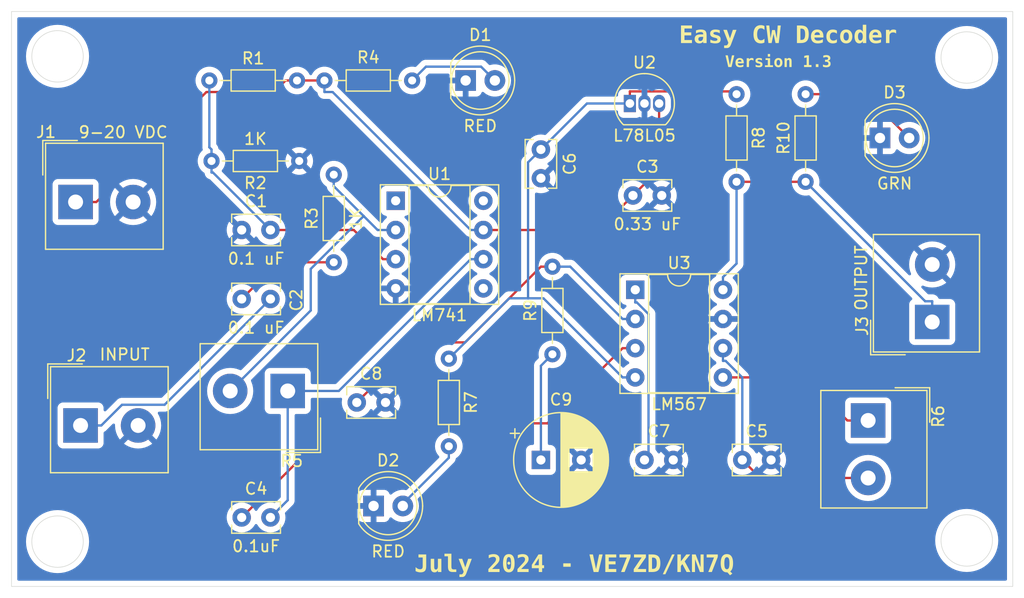
<source format=kicad_pcb>
(kicad_pcb (version 20240108) (generator "pcbnew") (generator_version "8.0")
  (title_block (title "CW Digitizer") (date "2024-05-04") (rev "1.3") (company "VE7ZD/KN7Q"))
  (layers (0 "F.Cu" signal) (31 "B.Cu" signal) (34 "B.Paste" user) (35 "F.Paste" user) (36 "B.SilkS" user "B.Silkscreen") (37 "F.SilkS" user "F.Silkscreen") (38 "B.Mask" user) (39 "F.Mask" user) (44 "Edge.Cuts" user))
  (net 0 "")
  (net 1 "Net-(J2-Pin_1)")
  (net 2 "GND")
  (net 3 "Net-(J3-Pin_1)")
  (net 4 "Net-(J1-Pin_1)")
  (net 5 "Net-(U1-+)")
  (net 6 "Net-(U3-TIM_RC)")
  (net 7 "Net-(U2-VO)")
  (net 8 "Net-(U3-OFLT_C)")
  (net 9 "Net-(U3-LP_FLT_C)")
  (net 10 "Net-(C2-Pad1)")
  (net 11 "Net-(U1--)")
  (net 12 "Net-(U3-INPUT)")
  (net 13 "Net-(U3-TIM_R)")
  (net 17 "Net-(C4-Pad2)")
  (net 18 "Net-(C9-Pad1)")
  (net 19 "Net-(D1-A)")
  (net 20 "Net-(D2-A)")
  (net 21 "Net-(D3-A)")
  (footprint "LED_THT:LED_D5.0mm" (layer "F.Cu") (at 158.46 81)
    (property "Reference" "D3" (at 1.27 -3.96 0) (layer "F.SilkS"))
    (property "Value" "GRN" (at 1.27 3.96 0) (layer "F.SilkS"))
    (pad "1" thru_hole rect (at 0 0) (size 1.8 1.8) (drill 0.9) (layers "*.Cu" "*.Mask") (net 2 "GND"))
    (pad "2" thru_hole circle (at 2.54 0) (size 1.8 1.8) (drill 0.9) (layers "*.Cu" "*.Mask") (net 21 "Net-(D3-A)"))
  )
  (footprint "Resistor_THT:R_Axial_DIN0204_L3.6mm_D1.6mm_P7.62mm_Horizontal" (layer "F.Cu") (at 100.19 76)
    (property "Reference" "R1" (at 3.81 -1.92 0) (layer "F.SilkS"))
    (property "Value" "1K")
    (pad "1" thru_hole circle (at 0 0) (size 1.4 1.4) (drill 0.7) (layers "*.Cu" "*.Mask") (net 5 "Net-(U1-+)"))
    (pad "2" thru_hole oval (at 7.62 0) (size 1.4 1.4) (drill 0.7) (layers "*.Cu" "*.Mask") (net 4 "Net-(J1-Pin_1)"))
  )
  (footprint "Capacitor_THT:C_Rect_L4.0mm_W2.5mm_P2.50mm" (layer "F.Cu") (at 138 109)
    (property "Reference" "C7" (at 1.25 -2.5 0) (layer "F.SilkS"))
    (property "Value" "2.2uF")
    (pad "1" thru_hole circle (at 0 0) (size 1.6 1.6) (drill 0.8) (layers "*.Cu" "*.Mask") (net 8 "Net-(U3-OFLT_C)"))
    (pad "2" thru_hole circle (at 2.5 0) (size 1.6 1.6) (drill 0.8) (layers "*.Cu" "*.Mask") (net 2 "GND"))
  )
  (footprint "Capacitor_THT:C_Rect_L4.0mm_W2.5mm_P2.50mm" (layer "F.Cu") (at 137 86)
    (property "Reference" "C3" (at 1.25 -2.5 0) (layer "F.SilkS"))
    (property "Value" "0.33 uF" (at 1.25 2.5 0) (layer "F.SilkS"))
    (pad "1" thru_hole circle (at 0 0) (size 1.6 1.6) (drill 0.8) (layers "*.Cu" "*.Mask") (net 4 "Net-(J1-Pin_1)"))
    (pad "2" thru_hole circle (at 2.5 0) (size 1.6 1.6) (drill 0.8) (layers "*.Cu" "*.Mask") (net 2 "GND"))
  )
  (footprint "Resistor_THT:R_Axial_DIN0204_L3.6mm_D1.6mm_P7.62mm_Horizontal" (layer "F.Cu") (at 117.81 76 180)
    (property "Reference" "R4" (at 3.81 2 180) (layer "F.SilkS"))
    (property "Value" "1K")
    (pad "1" thru_hole circle (at 0 0 180) (size 1.4 1.4) (drill 0.7) (layers "*.Cu" "*.Mask") (net 19 "Net-(D1-A)"))
    (pad "2" thru_hole oval (at 7.62 0 180) (size 1.4 1.4) (drill 0.7) (layers "*.Cu" "*.Mask") (net 4 "Net-(J1-Pin_1)"))
  )
  (footprint "Capacitor_THT:C_Rect_L4.0mm_W2.5mm_P2.50mm" (layer "F.Cu") (at 129 82 -90)
    (property "Reference" "C6" (at 1.25 -2.5 90) (layer "F.SilkS"))
    (property "Value" "0.1 uF")
    (pad "1" thru_hole circle (at 0 0 270) (size 1.6 1.6) (drill 0.8) (layers "*.Cu" "*.Mask") (net 7 "Net-(U2-VO)"))
    (pad "2" thru_hole circle (at 2.5 0 270) (size 1.6 1.6) (drill 0.8) (layers "*.Cu" "*.Mask") (net 2 "GND"))
  )
  (footprint "LED_THT:LED_D5.0mm" (layer "F.Cu") (at 122.46 76)
    (property "Reference" "D1" (at 1.27 -3.96 0) (layer "F.SilkS"))
    (property "Value" "RED" (at 1.27 3.96 0) (layer "F.SilkS"))
    (pad "1" thru_hole rect (at 0 0) (size 1.8 1.8) (drill 0.9) (layers "*.Cu" "*.Mask") (net 2 "GND"))
    (pad "2" thru_hole circle (at 2.54 0) (size 1.8 1.8) (drill 0.9) (layers "*.Cu" "*.Mask") (net 19 "Net-(D1-A)"))
  )
  (footprint "TerminalBlock_Altech:Altech_AK100_1x02_P5.00mm" (layer "F.Cu") (at 163 97 90)
    (property "Reference" "J3" (at -0.35 -6.09 90) (layer "F.SilkS"))
    (property "Value" "OUTPUT" (at 3.8325 -6.1675 90) (layer "F.SilkS"))
    (pad "1" thru_hole rect (at 0 0 90) (size 3 3) (drill 1.3) (layers "*.Cu" "*.Mask") (net 3 "Net-(J3-Pin_1)"))
    (pad "2" thru_hole circle (at 5 0 90) (size 3 3) (drill 1.3) (layers "*.Cu" "*.Mask") (net 2 "GND"))
  )
  (footprint "TerminalBlock_Altech:Altech_AK100_1x02_P5.00mm" (layer "F.Cu") (at 157.4325 105.5675 -90)
    (property "Reference" "R6" (at -0.35 -6.09 90) (layer "F.SilkS"))
    (property "Value" "10K")
    (pad "1" thru_hole rect (at 0 0 270) (size 3 3) (drill 1.3) (layers "*.Cu" "*.Mask") (net 13 "Net-(U3-TIM_R)"))
    (pad "2" thru_hole circle (at 5 0 270) (size 3 3) (drill 1.3) (layers "*.Cu" "*.Mask") (net 6 "Net-(U3-TIM_RC)"))
  )
  (footprint "Capacitor_THT:C_Rect_L4.0mm_W2.5mm_P2.50mm" (layer "F.Cu") (at 103 114)
    (property "Reference" "C4" (at 1.25 -2.5 0) (layer "F.SilkS"))
    (property "Value" "0.1uF" (at 1.25 2.5 0) (layer "F.SilkS"))
    (pad "1" thru_hole circle (at 0 0) (size 1.6 1.6) (drill 0.8) (layers "*.Cu" "*.Mask") (net 12 "Net-(U3-INPUT)"))
    (pad "2" thru_hole circle (at 2.5 0) (size 1.6 1.6) (drill 0.8) (layers "*.Cu" "*.Mask") (net 17 "Net-(C4-Pad2)"))
  )
  (footprint "LED_THT:LED_D5.0mm" (layer "F.Cu") (at 114.46 113)
    (property "Reference" "D2" (at 1.27 -3.96 0) (layer "F.SilkS"))
    (property "Value" "RED" (at 1.27 3.96 0) (layer "F.SilkS"))
    (pad "1" thru_hole rect (at 0 0) (size 1.8 1.8) (drill 0.9) (layers "*.Cu" "*.Mask") (net 2 "GND"))
    (pad "2" thru_hole circle (at 2.54 0) (size 1.8 1.8) (drill 0.9) (layers "*.Cu" "*.Mask") (net 20 "Net-(D2-A)"))
  )
  (footprint "Resistor_THT:R_Axial_DIN0204_L3.6mm_D1.6mm_P7.62mm_Horizontal" (layer "F.Cu") (at 121 100.19 -90)
    (property "Reference" "R7" (at 3.81 -1.92 90) (layer "F.SilkS"))
    (property "Value" "1K")
    (pad "1" thru_hole circle (at 0 0 270) (size 1.4 1.4) (drill 0.7) (layers "*.Cu" "*.Mask") (net 7 "Net-(U2-VO)"))
    (pad "2" thru_hole oval (at 7.62 0 270) (size 1.4 1.4) (drill 0.7) (layers "*.Cu" "*.Mask") (net 20 "Net-(D2-A)"))
  )
  (footprint "Package_DIP:DIP-8_W7.62mm_Socket" (layer "F.Cu") (at 116.38 86.46)
    (property "Reference" "U1" (at 3.81 -2.33 0) (layer "F.SilkS"))
    (property "Value" "LM741" (at 3.81 9.95 0) (layer "F.SilkS"))
    (pad "1" thru_hole rect (at 0 0) (size 1.6 1.6) (drill 0.8) (layers "*.Cu" "*.Mask"))
    (pad "2" thru_hole oval (at 0 2.54) (size 1.6 1.6) (drill 0.8) (layers "*.Cu" "*.Mask") (net 11 "Net-(U1--)"))
    (pad "3" thru_hole oval (at 0 5.08) (size 1.6 1.6) (drill 0.8) (layers "*.Cu" "*.Mask") (net 5 "Net-(U1-+)"))
    (pad "4" thru_hole oval (at 0 7.62) (size 1.6 1.6) (drill 0.8) (layers "*.Cu" "*.Mask") (net 2 "GND"))
    (pad "5" thru_hole oval (at 7.62 7.62) (size 1.6 1.6) (drill 0.8) (layers "*.Cu" "*.Mask"))
    (pad "6" thru_hole oval (at 7.62 5.08) (size 1.6 1.6) (drill 0.8) (layers "*.Cu" "*.Mask") (net 17 "Net-(C4-Pad2)"))
    (pad "7" thru_hole oval (at 7.62 2.54) (size 1.6 1.6) (drill 0.8) (layers "*.Cu" "*.Mask") (net 4 "Net-(J1-Pin_1)"))
    (pad "8" thru_hole oval (at 7.62 0) (size 1.6 1.6) (drill 0.8) (layers "*.Cu" "*.Mask"))
  )
  (footprint "Resistor_THT:R_Axial_DIN0204_L3.6mm_D1.6mm_P7.62mm_Horizontal" (layer "F.Cu") (at 152 84.81 90)
    (property "Reference" "R10" (at 3.81 -1.92 90) (layer "F.SilkS"))
    (property "Value" "1K")
    (pad "1" thru_hole circle (at 0 0 90) (size 1.4 1.4) (drill 0.7) (layers "*.Cu" "*.Mask") (net 3 "Net-(J3-Pin_1)"))
    (pad "2" thru_hole oval (at 7.62 0 90) (size 1.4 1.4) (drill 0.7) (layers "*.Cu" "*.Mask") (net 21 "Net-(D3-A)"))
  )
  (footprint "Resistor_THT:R_Axial_DIN0204_L3.6mm_D1.6mm_P7.62mm_Horizontal" (layer "F.Cu") (at 146 77.19 -90)
    (property "Reference" "R8" (at 3.81 -1.92 90) (layer "F.SilkS"))
    (property "Value" "20K")
    (pad "1" thru_hole circle (at 0 0 270) (size 1.4 1.4) (drill 0.7) (layers "*.Cu" "*.Mask") (net 7 "Net-(U2-VO)"))
    (pad "2" thru_hole oval (at 7.62 0 270) (size 1.4 1.4) (drill 0.7) (layers "*.Cu" "*.Mask") (net 3 "Net-(J3-Pin_1)"))
  )
  (footprint "Package_TO_SOT_THT:TO-92_Inline" (layer "F.Cu") (at 136.73 78)
    (property "Reference" "U2" (at 1.27 -3.56 0) (layer "F.SilkS"))
    (property "Value" "L78L05" (at 1.27 2.79 0) (layer "F.SilkS"))
    (pad "1" thru_hole rect (at 0 0) (size 1.05 1.5) (drill 0.75) (layers "*.Cu" "*.Mask") (net 7 "Net-(U2-VO)"))
    (pad "2" thru_hole oval (at 1.27 0) (size 1.05 1.5) (drill 0.75) (layers "*.Cu" "*.Mask") (net 2 "GND"))
    (pad "3" thru_hole oval (at 2.54 0) (size 1.05 1.5) (drill 0.75) (layers "*.Cu" "*.Mask") (net 4 "Net-(J1-Pin_1)"))
  )
  (footprint "TerminalBlock_Altech:Altech_AK100_1x02_P5.00mm" (layer "F.Cu") (at 107 103 180)
    (property "Reference" "R5" (at -0.35 -6.09 0) (layer "F.SilkS"))
    (property "Value" "100K")
    (pad "1" thru_hole rect (at 0 0 180) (size 3 3) (drill 1.3) (layers "*.Cu" "*.Mask") (net 17 "Net-(C4-Pad2)"))
    (pad "2" thru_hole circle (at 5 0 180) (size 3 3) (drill 1.3) (layers "*.Cu" "*.Mask") (net 11 "Net-(U1--)"))
  )
  (footprint "TerminalBlock_Altech:Altech_AK100_1x02_P5.00mm" (layer "F.Cu") (at 88.5675 86.5675)
    (property "Reference" "J1" (at -2.5675 -6.09 0) (layer "F.SilkS"))
    (property "Value" "9-20 VDC" (at 4.1325 -6.0675 0) (layer "F.SilkS"))
    (pad "1" thru_hole rect (at 0 0) (size 3 3) (drill 1.3) (layers "*.Cu" "*.Mask") (net 4 "Net-(J1-Pin_1)"))
    (pad "2" thru_hole circle (at 5 0) (size 3 3) (drill 1.3) (layers "*.Cu" "*.Mask") (net 2 "GND"))
  )
  (footprint "Package_DIP:DIP-8_W7.62mm_Socket" (layer "F.Cu") (at 137.2 94.2)
    (property "Reference" "U3" (at 3.81 -2.33 0) (layer "F.SilkS"))
    (property "Value" "LM567" (at 3.81 9.95 0) (layer "F.SilkS"))
    (pad "1" thru_hole rect (at 0 0) (size 1.6 1.6) (drill 0.8) (layers "*.Cu" "*.Mask") (net 8 "Net-(U3-OFLT_C)"))
    (pad "2" thru_hole oval (at 0 2.54) (size 1.6 1.6) (drill 0.8) (layers "*.Cu" "*.Mask") (net 9 "Net-(U3-LP_FLT_C)"))
    (pad "3" thru_hole oval (at 0 5.08) (size 1.6 1.6) (drill 0.8) (layers "*.Cu" "*.Mask") (net 12 "Net-(U3-INPUT)"))
    (pad "4" thru_hole oval (at 0 7.62) (size 1.6 1.6) (drill 0.8) (layers "*.Cu" "*.Mask") (net 7 "Net-(U2-VO)"))
    (pad "5" thru_hole oval (at 7.62 7.62) (size 1.6 1.6) (drill 0.8) (layers "*.Cu" "*.Mask") (net 13 "Net-(U3-TIM_R)"))
    (pad "6" thru_hole oval (at 7.62 5.08) (size 1.6 1.6) (drill 0.8) (layers "*.Cu" "*.Mask") (net 6 "Net-(U3-TIM_RC)"))
    (pad "7" thru_hole oval (at 7.62 2.54) (size 1.6 1.6) (drill 0.8) (layers "*.Cu" "*.Mask") (net 2 "GND"))
    (pad "8" thru_hole oval (at 7.62 0) (size 1.6 1.6) (drill 0.8) (layers "*.Cu" "*.Mask") (net 3 "Net-(J3-Pin_1)"))
  )
  (footprint "Capacitor_THT:C_Rect_L4.0mm_W2.5mm_P2.50mm" (layer "F.Cu") (at 103 89)
    (property "Reference" "C1" (at 1.25 -2.5 0) (layer "F.SilkS"))
    (property "Value" "0.1 uF" (at 1.25 2.5 0) (layer "F.SilkS"))
    (pad "1" thru_hole circle (at 0 0) (size 1.6 1.6) (drill 0.8) (layers "*.Cu" "*.Mask") (net 2 "GND"))
    (pad "2" thru_hole circle (at 2.5 0) (size 1.6 1.6) (drill 0.8) (layers "*.Cu" "*.Mask") (net 5 "Net-(U1-+)"))
  )
  (footprint "Resistor_THT:R_Axial_DIN0204_L3.6mm_D1.6mm_P7.62mm_Horizontal" (layer "F.Cu") (at 108 83 180)
    (property "Reference" "R2" (at 3.81 -1.92 0) (layer "F.SilkS"))
    (property "Value" "1K" (at 3.81 1.92 0) (layer "F.SilkS"))
    (pad "1" thru_hole circle (at 0 0 180) (size 1.4 1.4) (drill 0.7) (layers "*.Cu" "*.Mask") (net 2 "GND"))
    (pad "2" thru_hole oval (at 7.62 0 180) (size 1.4 1.4) (drill 0.7) (layers "*.Cu" "*.Mask") (net 5 "Net-(U1-+)"))
  )
  (footprint "Capacitor_THT:C_Rect_L4.0mm_W2.5mm_P2.50mm" (layer "F.Cu") (at 113 104)
    (property "Reference" "C8" (at 1.25 -2.5 0) (layer "F.SilkS"))
    (property "Value" "1uF")
    (pad "1" thru_hole circle (at 0 0) (size 1.6 1.6) (drill 0.8) (layers "*.Cu" "*.Mask") (net 9 "Net-(U3-LP_FLT_C)"))
    (pad "2" thru_hole circle (at 2.5 0) (size 1.6 1.6) (drill 0.8) (layers "*.Cu" "*.Mask") (net 2 "GND"))
  )
  (footprint "Resistor_THT:R_Axial_DIN0204_L3.6mm_D1.6mm_P7.62mm_Horizontal" (layer "F.Cu") (at 111 91.81 90)
    (property "Reference" "R3" (at 3.81 -1.92 90) (layer "F.SilkS"))
    (property "Value" "1K" (at 3.81 1.92 90) (layer "F.SilkS"))
    (pad "1" thru_hole circle (at 0 0 90) (size 1.4 1.4) (drill 0.7) (layers "*.Cu" "*.Mask") (net 10 "Net-(C2-Pad1)"))
    (pad "2" thru_hole oval (at 7.62 0 90) (size 1.4 1.4) (drill 0.7) (layers "*.Cu" "*.Mask") (net 11 "Net-(U1--)"))
  )
  (footprint "Capacitor_THT:C_Rect_L4.0mm_W2.5mm_P2.50mm" (layer "F.Cu") (at 146.5 109)
    (property "Reference" "C5" (at 1.25 -2.5 0) (layer "F.SilkS"))
    (property "Value" "0.1uF")
    (pad "1" thru_hole circle (at 0 0) (size 1.6 1.6) (drill 0.8) (layers "*.Cu" "*.Mask") (net 6 "Net-(U3-TIM_RC)"))
    (pad "2" thru_hole circle (at 2.5 0) (size 1.6 1.6) (drill 0.8) (layers "*.Cu" "*.Mask") (net 2 "GND"))
  )
  (footprint "TerminalBlock_Altech:Altech_AK100_1x02_P5.00mm" (layer "F.Cu") (at 89 106)
    (property "Reference" "J2" (at -0.35 -6.09 0) (layer "F.SilkS"))
    (property "Value" "INPUT" (at 3.8325 -6.1675 0) (layer "F.SilkS"))
    (pad "1" thru_hole rect (at 0 0) (size 3 3) (drill 1.3) (layers "*.Cu" "*.Mask") (net 1 "Net-(J2-Pin_1)"))
    (pad "2" thru_hole circle (at 5 0) (size 3 3) (drill 1.3) (layers "*.Cu" "*.Mask") (net 2 "GND"))
  )
  (footprint "Resistor_THT:R_Axial_DIN0204_L3.6mm_D1.6mm_P7.62mm_Horizontal" (layer "F.Cu") (at 130 99.81 90)
    (property "Reference" "R9" (at 3.81 -1.92 90) (layer "F.SilkS"))
    (property "Value" "4.7K")
    (pad "1" thru_hole circle (at 0 0 90) (size 1.4 1.4) (drill 0.7) (layers "*.Cu" "*.Mask") (net 18 "Net-(C9-Pad1)"))
    (pad "2" thru_hole oval (at 7.62 0 90) (size 1.4 1.4) (drill 0.7) (layers "*.Cu" "*.Mask") (net 9 "Net-(U3-LP_FLT_C)"))
  )
  (footprint "Capacitor_THT:C_Rect_L4.0mm_W2.5mm_P2.50mm" (layer "F.Cu") (at 103 95)
    (property "Reference" "C2" (at 4.75 0.1 90) (layer "F.SilkS"))
    (property "Value" "0.1 uF" (at 1.25 2.5 0) (layer "F.SilkS"))
    (pad "1" thru_hole circle (at 0 0) (size 1.6 1.6) (drill 0.8) (layers "*.Cu" "*.Mask") (net 10 "Net-(C2-Pad1)"))
    (pad "2" thru_hole circle (at 2.5 0) (size 1.6 1.6) (drill 0.8) (layers "*.Cu" "*.Mask") (net 1 "Net-(J2-Pin_1)"))
  )
  (footprint "Capacitor_THT:CP_Radial_D8.0mm_P3.50mm" (layer "F.Cu") (at 129 109)
    (property "Reference" "C9" (at 1.75 -5.25 0) (layer "F.SilkS"))
    (property "Value" "250uF 6V")
    (pad "1" thru_hole rect (at 0 0) (size 1.6 1.6) (drill 0.8) (layers "*.Cu" "*.Mask") (net 18 "Net-(C9-Pad1)"))
    (pad "2" thru_hole circle (at 3.5 0) (size 1.6 1.6) (drill 0.8) (layers "*.Cu" "*.Mask") (net 2 "GND"))
  )
  (gr_circle (center 87 73.9) (end 88 75.9) (stroke (width 0.05)) (fill none) (layer "Edge.Cuts"))
  (gr_circle (center 87 116.1) (end 89.236068 116.1) (stroke (width 0.05)) (fill none) (layer "Edge.Cuts"))
  (gr_circle (center 166 116) (end 167 118) (stroke (width 0.05)) (fill none) (layer "Edge.Cuts"))
  (gr_rect (start 83 70) (end 170 120) (stroke (width 0.05)) (fill none) (layer "Edge.Cuts"))
  (gr_circle (center 166 74) (end 167 76) (stroke (width 0.05)) (fill none) (layer "Edge.Cuts"))
  (gr_text "Easy CW Decoder" (at 141 73 0) (layer "F.SilkS") (effects (font (size 1.5 1.5) (thickness 0.3) (bold yes)) (justify left bottom)))
  (gr_text "July 2024 - VE7ZD/KN7Q" (at 118 119 0) (layer "F.SilkS") (effects (font (size 1.5 1.5) (thickness 0.3) (bold yes)) (justify left bottom)))
  (gr_text "Version 1.3" (at 145 75 0) (layer "F.SilkS") (effects (font (size 1 1) (thickness 0.25) (bold yes)) (justify left bottom)))
  (segment (start 90.8017 106) (end 92.6034 104.1983) (width 0.2) (layer "B.Cu") (net 1))
  (segment (start 92.6034 104.1983) (end 96.3017 104.1983) (width 0.2) (layer "B.Cu") (net 1))
  (segment (start 89 106) (end 90.8017 106) (width 0.2) (layer "B.Cu") (net 1))
  (segment (start 96.3017 104.1983) (end 105.5 95) (width 0.2) (layer "B.Cu") (net 1))
  (segment (start 152 84.81) (end 146 84.81) (width 0.2) (layer "F.Cu") (net 3))
  (segment (start 163 97) (end 163 95.1983) (width 0.2) (layer "B.Cu") (net 3))
  (segment (start 144.82 93.0983) (end 146 91.9183) (width 0.2) (layer "B.Cu") (net 3))
  (segment (start 144.82 94.2) (end 144.82 93.0983) (width 0.2) (layer "B.Cu") (net 3))
  (segment (start 152 84.81) (end 162.3883 95.1983) (width 0.2) (layer "B.Cu") (net 3))
  (segment (start 146 91.9183) (end 146 84.81) (width 0.2) (layer "B.Cu") (net 3))
  (segment (start 162.3883 95.1983) (end 163 95.1983) (width 0.2) (layer "B.Cu") (net 3))
  (segment (start 134 89) (end 137 86) (width 0.2) (layer "F.Cu") (net 4))
  (segment (start 106.8083 76) (end 105.8066 77.0017) (width 0.2) (layer "F.Cu") (net 4))
  (segment (start 88.5675 86.5675) (end 90.3692 86.5675) (width 0.2) (layer "F.Cu") (net 4))
  (segment (start 105.8066 77.0017) (end 99.935 77.0017) (width 0.2) (layer "F.Cu") (net 4))
  (segment (start 107.81 76) (end 106.8083 76) (width 0.2) (layer "F.Cu") (net 4))
  (segment (start 137 86) (end 139.27 83.73) (width 0.2) (layer "F.Cu") (net 4))
  (segment (start 110.19 76) (end 107.81 76) (width 0.2) (layer "F.Cu") (net 4))
  (segment (start 99.935 77.0017) (end 90.3692 86.5675) (width 0.2) (layer "F.Cu") (net 4))
  (segment (start 124 89) (end 134 89) (width 0.2) (layer "F.Cu") (net 4))
  (segment (start 139.27 83.73) (end 139.27 78) (width 0.2) (layer "F.Cu") (net 4))
  (segment (start 110.9 77.0017) (end 110.19 77.0017) (width 0.2) (layer "B.Cu") (net 4))
  (segment (start 124 89) (end 122.8983 89) (width 0.2) (layer "B.Cu") (net 4))
  (segment (start 122.8983 89) (end 110.9 77.0017) (width 0.2) (layer "B.Cu") (net 4))
  (segment (start 110.19 76) (end 110.19 77.0017) (width 0.2) (layer "B.Cu") (net 4))
  (segment (start 112.7383 89) (end 105.5 89) (width 0.2) (layer "F.Cu") (net 5))
  (segment (start 115.2783 91.54) (end 112.7383 89) (width 0.2) (layer "F.Cu") (net 5))
  (segment (start 116.38 91.54) (end 115.2783 91.54) (width 0.2) (layer "F.Cu") (net 5))
  (segment (start 100.19 81.8083) (end 100.19 76) (width 0.2) (layer "B.Cu") (net 5))
  (segment (start 100.38 81.9983) (end 100.19 81.8083) (width 0.2) (layer "B.Cu") (net 5))
  (segment (start 100.5017 84.0017) (end 100.38 84.0017) (width 0.2) (layer "B.Cu") (net 5))
  (segment (start 100.38 83) (end 100.38 84.0017) (width 0.2) (layer "B.Cu") (net 5))
  (segment (start 100.38 83) (end 100.38 81.9983) (width 0.2) (layer "B.Cu") (net 5))
  (segment (start 105.5 89) (end 100.5017 84.0017) (width 0.2) (layer "B.Cu") (net 5))
  (segment (start 146.5 109) (end 148.0675 110.5675) (width 0.2) (layer "F.Cu") (net 6))
  (segment (start 148.0675 110.5675) (end 157.4325 110.5675) (width 0.2) (layer "F.Cu") (net 6))
  (segment (start 145.0483 100.3817) (end 144.82 100.3817) (width 0.2) (layer "B.Cu") (net 6))
  (segment (start 146.5 109) (end 146.5 101.8334) (width 0.2) (layer "B.Cu") (net 6))
  (segment (start 146.5 101.8334) (end 145.0483 100.3817) (width 0.2) (layer "B.Cu") (net 6))
  (segment (start 144.82 99.28) (end 144.82 100.3817) (width 0.2) (layer "B.Cu") (net 6))
  (segment (start 145.7583 76.9483) (end 136.73 76.9483) (width 0.2) (layer "F.Cu") (net 7))
  (segment (start 146 77.19) (end 145.7583 76.9483) (width 0.2) (layer "F.Cu") (net 7))
  (segment (start 136.73 78) (end 136.73 76.9483) (width 0.2) (layer "F.Cu") (net 7))
  (segment (start 137.2 101.82) (end 136.0983 101.82) (width 0.2) (layer "B.Cu") (net 7))
  (segment (start 126.2501 94.9399) (end 127.8829 94.9399) (width 0.2) (layer "B.Cu") (net 7))
  (segment (start 129.2182 94.9399) (end 136.0983 101.82) (width 0.2) (layer "B.Cu") (net 7))
  (segment (start 127.8829 94.9399) (end 129.2182 94.9399) (width 0.2) (layer "B.Cu") (net 7))
  (segment (start 121 100.19) (end 126.2501 94.9399) (width 0.2) (layer "B.Cu") (net 7))
  (segment (start 127.8829 94.9399) (end 127.8829 83.1171) (width 0.2) (layer "B.Cu") (net 7))
  (segment (start 136.73 78) (end 133 78) (width 0.2) (layer "B.Cu") (net 7))
  (segment (start 133 78) (end 129 82) (width 0.2) (layer "B.Cu") (net 7))
  (segment (start 127.8829 83.1171) (end 129 82) (width 0.2) (layer "B.Cu") (net 7))
  (segment (start 138.3499 108.6501) (end 138 109) (width 0.2) (layer "B.Cu") (net 8))
  (segment (start 138.3499 96.3139) (end 138.3499 108.6501) (width 0.2) (layer "B.Cu") (net 8))
  (segment (start 137.2 94.2) (end 137.2 95.3017) (width 0.2) (layer "B.Cu") (net 8))
  (segment (start 137.3377 95.3017) (end 138.3499 96.3139) (width 0.2) (layer "B.Cu") (net 8))
  (segment (start 137.2 95.3017) (end 137.3377 95.3017) (width 0.2) (layer "B.Cu") (net 8))
  (segment (start 118.2236 98.7764) (end 113 104) (width 0.2) (layer "F.Cu") (net 9))
  (segment (start 128.9983 92.19) (end 122.4119 98.7764) (width 0.2) (layer "F.Cu") (net 9))
  (segment (start 130 92.19) (end 128.9983 92.19) (width 0.2) (layer "F.Cu") (net 9))
  (segment (start 122.4119 98.7764) (end 118.2236 98.7764) (width 0.2) (layer "F.Cu") (net 9))
  (segment (start 130 92.19) (end 131.5483 92.19) (width 0.2) (layer "B.Cu") (net 9))
  (segment (start 131.5483 92.19) (end 136.0983 96.74) (width 0.2) (layer "B.Cu") (net 9))
  (segment (start 137.2 96.74) (end 136.0983 96.74) (width 0.2) (layer "B.Cu") (net 9))
  (segment (start 106.19 91.81) (end 103 95) (width 0.2) (layer "F.Cu") (net 10))
  (segment (start 111 91.81) (end 106.19 91.81) (width 0.2) (layer "F.Cu") (net 10))
  (segment (start 109.0002 92.387) (end 113.5978 87.7894) (width 0.2) (layer "B.Cu") (net 11))
  (segment (start 114.8083 89) (end 116.38 89) (width 0.2) (layer "B.Cu") (net 11))
  (segment (start 111 84.19) (end 111 84.6908) (width 0.2) (layer "B.Cu") (net 11))
  (segment (start 102 103) (end 109.0002 95.9998) (width 0.2) (layer "B.Cu") (net 11))
  (segment (start 111 85.1917) (end 113.5978 87.7894) (width 0.2) (layer "B.Cu") (net 11))
  (segment (start 109.0002 95.9998) (end 109.0002 92.387) (width 0.2) (layer "B.Cu") (net 11))
  (segment (start 111 84.6908) (end 111 85.1917) (width 0.2) (layer "B.Cu") (net 11))
  (segment (start 113.5978 87.7894) (end 114.8083 89) (width 0.2) (layer "B.Cu") (net 11))
  (segment (start 136.0983 99.28) (end 129.5627 105.8156) (width 0.2) (layer "F.Cu") (net 12))
  (segment (start 137.2 99.28) (end 136.0983 99.28) (width 0.2) (layer "F.Cu") (net 12))
  (segment (start 129.5627 105.8156) (end 111.1844 105.8156) (width 0.2) (layer "F.Cu") (net 12))
  (segment (start 111.1844 105.8156) (end 103 114) (width 0.2) (layer "F.Cu") (net 12))
  (segment (start 144.82 101.82) (end 151.8833 101.82) (width 0.2) (layer "F.Cu") (net 13))
  (segment (start 157.4325 105.5675) (end 155.6308 105.5675) (width 0.2) (layer "F.Cu") (net 13))
  (segment (start 151.8833 101.82) (end 155.6308 105.5675) (width 0.2) (layer "F.Cu") (net 13))
  (segment (start 107 103) (end 107 112.5) (width 0.2) (layer "B.Cu") (net 17))
  (segment (start 111.4383 103) (end 107 103) (width 0.2) (layer "B.Cu") (net 17))
  (segment (start 124 91.54) (end 122.8983 91.54) (width 0.2) (layer "B.Cu") (net 17))
  (segment (start 107 112.5) (end 105.5 114) (width 0.2) (layer "B.Cu") (net 17))
  (segment (start 122.8983 91.54) (end 111.4383 103) (width 0.2) (layer "B.Cu") (net 17))
  (segment (start 129 100.81) (end 130 99.81) (width 0.2) (layer "B.Cu") (net 18))
  (segment (start 129 109) (end 129 100.81) (width 0.2) (layer "B.Cu") (net 18))
  (segment (start 117.81 76) (end 119.0117 74.7983) (width 0.2) (layer "B.Cu") (net 19))
  (segment (start 119.0117 74.7983) (end 123.7983 74.7983) (width 0.2) (layer "B.Cu") (net 19))
  (segment (start 123.7983 74.7983) (end 125 76) (width 0.2) (layer "B.Cu") (net 19))
  (segment (start 121 108.8117) (end 117 112.8117) (width 0.2) (layer "B.Cu") (net 20))
  (segment (start 121 107.81) (end 121 108.8117) (width 0.2) (layer "B.Cu") (net 20))
  (segment (start 117 112.8117) (end 117 113) (width 0.2) (layer "B.Cu") (net 20))
  (segment (start 152 77.19) (end 157.19 77.19) (width 0.2) (layer "F.Cu") (net 21))
  (segment (start 157.19 77.19) (end 161 81) (width 0.2) (layer "F.Cu") (net 21))
  (zone (net 2) (net_name "GND") (layer "B.Cu") (connect_pads (clearance 0.5)) (min_thickness 0.25) (fill yes (thermal_gap 0.5) (thermal_bridge_width 0.5))
    (polygon (pts (xy 171 69) (xy 82 69) (xy 82 121) (xy 171 121)))
  )
)
</source>
